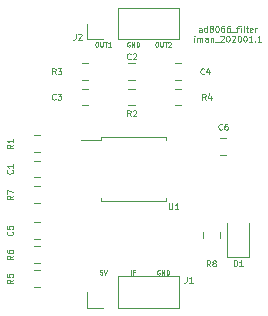
<source format=gbr>
G04 #@! TF.GenerationSoftware,KiCad,Pcbnew,(5.1.5)-2*
G04 #@! TF.CreationDate,2019-12-31T23:10:34+04:00*
G04 #@! TF.ProjectId,ad8066_filter,61643830-3636-45f6-9669-6c7465722e6b,1*
G04 #@! TF.SameCoordinates,Original*
G04 #@! TF.FileFunction,Legend,Top*
G04 #@! TF.FilePolarity,Positive*
%FSLAX46Y46*%
G04 Gerber Fmt 4.6, Leading zero omitted, Abs format (unit mm)*
G04 Created by KiCad (PCBNEW (5.1.5)-2) date 2019-12-31 23:10:34*
%MOMM*%
%LPD*%
G04 APERTURE LIST*
%ADD10C,0.076200*%
%ADD11C,0.120000*%
G04 APERTURE END LIST*
D10*
X162487428Y-98470357D02*
X162306000Y-98470357D01*
X162287857Y-98651785D01*
X162306000Y-98633642D01*
X162342285Y-98615500D01*
X162433000Y-98615500D01*
X162469285Y-98633642D01*
X162487428Y-98651785D01*
X162505571Y-98688071D01*
X162505571Y-98778785D01*
X162487428Y-98815071D01*
X162469285Y-98833214D01*
X162433000Y-98851357D01*
X162342285Y-98851357D01*
X162306000Y-98833214D01*
X162287857Y-98815071D01*
X162614428Y-98470357D02*
X162741428Y-98851357D01*
X162868428Y-98470357D01*
X164936714Y-98851357D02*
X164936714Y-98470357D01*
X165245142Y-98651785D02*
X165118142Y-98651785D01*
X165118142Y-98851357D02*
X165118142Y-98470357D01*
X165299571Y-98470357D01*
X167349714Y-98488500D02*
X167313428Y-98470357D01*
X167259000Y-98470357D01*
X167204571Y-98488500D01*
X167168285Y-98524785D01*
X167150142Y-98561071D01*
X167132000Y-98633642D01*
X167132000Y-98688071D01*
X167150142Y-98760642D01*
X167168285Y-98796928D01*
X167204571Y-98833214D01*
X167259000Y-98851357D01*
X167295285Y-98851357D01*
X167349714Y-98833214D01*
X167367857Y-98815071D01*
X167367857Y-98688071D01*
X167295285Y-98688071D01*
X167531142Y-98851357D02*
X167531142Y-98470357D01*
X167748857Y-98851357D01*
X167748857Y-98470357D01*
X167930285Y-98851357D02*
X167930285Y-98470357D01*
X168021000Y-98470357D01*
X168075428Y-98488500D01*
X168111714Y-98524785D01*
X168129857Y-98561071D01*
X168148000Y-98633642D01*
X168148000Y-98688071D01*
X168129857Y-98760642D01*
X168111714Y-98796928D01*
X168075428Y-98833214D01*
X168021000Y-98851357D01*
X167930285Y-98851357D01*
X161997571Y-79166357D02*
X162070142Y-79166357D01*
X162106428Y-79184500D01*
X162142714Y-79220785D01*
X162160857Y-79293357D01*
X162160857Y-79420357D01*
X162142714Y-79492928D01*
X162106428Y-79529214D01*
X162070142Y-79547357D01*
X161997571Y-79547357D01*
X161961285Y-79529214D01*
X161925000Y-79492928D01*
X161906857Y-79420357D01*
X161906857Y-79293357D01*
X161925000Y-79220785D01*
X161961285Y-79184500D01*
X161997571Y-79166357D01*
X162324142Y-79166357D02*
X162324142Y-79474785D01*
X162342285Y-79511071D01*
X162360428Y-79529214D01*
X162396714Y-79547357D01*
X162469285Y-79547357D01*
X162505571Y-79529214D01*
X162523714Y-79511071D01*
X162541857Y-79474785D01*
X162541857Y-79166357D01*
X162668857Y-79166357D02*
X162886571Y-79166357D01*
X162777714Y-79547357D02*
X162777714Y-79166357D01*
X163213142Y-79547357D02*
X162995428Y-79547357D01*
X163104285Y-79547357D02*
X163104285Y-79166357D01*
X163068000Y-79220785D01*
X163031714Y-79257071D01*
X162995428Y-79275214D01*
X167077571Y-79166357D02*
X167150142Y-79166357D01*
X167186428Y-79184500D01*
X167222714Y-79220785D01*
X167240857Y-79293357D01*
X167240857Y-79420357D01*
X167222714Y-79492928D01*
X167186428Y-79529214D01*
X167150142Y-79547357D01*
X167077571Y-79547357D01*
X167041285Y-79529214D01*
X167005000Y-79492928D01*
X166986857Y-79420357D01*
X166986857Y-79293357D01*
X167005000Y-79220785D01*
X167041285Y-79184500D01*
X167077571Y-79166357D01*
X167404142Y-79166357D02*
X167404142Y-79474785D01*
X167422285Y-79511071D01*
X167440428Y-79529214D01*
X167476714Y-79547357D01*
X167549285Y-79547357D01*
X167585571Y-79529214D01*
X167603714Y-79511071D01*
X167621857Y-79474785D01*
X167621857Y-79166357D01*
X167748857Y-79166357D02*
X167966571Y-79166357D01*
X167857714Y-79547357D02*
X167857714Y-79166357D01*
X168075428Y-79202642D02*
X168093571Y-79184500D01*
X168129857Y-79166357D01*
X168220571Y-79166357D01*
X168256857Y-79184500D01*
X168275000Y-79202642D01*
X168293142Y-79238928D01*
X168293142Y-79275214D01*
X168275000Y-79329642D01*
X168057285Y-79547357D01*
X168293142Y-79547357D01*
X164809714Y-79184500D02*
X164773428Y-79166357D01*
X164719000Y-79166357D01*
X164664571Y-79184500D01*
X164628285Y-79220785D01*
X164610142Y-79257071D01*
X164592000Y-79329642D01*
X164592000Y-79384071D01*
X164610142Y-79456642D01*
X164628285Y-79492928D01*
X164664571Y-79529214D01*
X164719000Y-79547357D01*
X164755285Y-79547357D01*
X164809714Y-79529214D01*
X164827857Y-79511071D01*
X164827857Y-79384071D01*
X164755285Y-79384071D01*
X164991142Y-79547357D02*
X164991142Y-79166357D01*
X165208857Y-79547357D01*
X165208857Y-79166357D01*
X165390285Y-79547357D02*
X165390285Y-79166357D01*
X165481000Y-79166357D01*
X165535428Y-79184500D01*
X165571714Y-79220785D01*
X165589857Y-79257071D01*
X165608000Y-79329642D01*
X165608000Y-79384071D01*
X165589857Y-79456642D01*
X165571714Y-79492928D01*
X165535428Y-79529214D01*
X165481000Y-79547357D01*
X165390285Y-79547357D01*
X170899666Y-78296709D02*
X170899666Y-78030614D01*
X170875476Y-77982233D01*
X170827095Y-77958042D01*
X170730333Y-77958042D01*
X170681952Y-77982233D01*
X170899666Y-78272519D02*
X170851285Y-78296709D01*
X170730333Y-78296709D01*
X170681952Y-78272519D01*
X170657761Y-78224138D01*
X170657761Y-78175757D01*
X170681952Y-78127376D01*
X170730333Y-78103185D01*
X170851285Y-78103185D01*
X170899666Y-78078995D01*
X171359285Y-78296709D02*
X171359285Y-77788709D01*
X171359285Y-78272519D02*
X171310904Y-78296709D01*
X171214142Y-78296709D01*
X171165761Y-78272519D01*
X171141571Y-78248328D01*
X171117380Y-78199947D01*
X171117380Y-78054804D01*
X171141571Y-78006423D01*
X171165761Y-77982233D01*
X171214142Y-77958042D01*
X171310904Y-77958042D01*
X171359285Y-77982233D01*
X171673761Y-78006423D02*
X171625380Y-77982233D01*
X171601190Y-77958042D01*
X171577000Y-77909661D01*
X171577000Y-77885471D01*
X171601190Y-77837090D01*
X171625380Y-77812900D01*
X171673761Y-77788709D01*
X171770523Y-77788709D01*
X171818904Y-77812900D01*
X171843095Y-77837090D01*
X171867285Y-77885471D01*
X171867285Y-77909661D01*
X171843095Y-77958042D01*
X171818904Y-77982233D01*
X171770523Y-78006423D01*
X171673761Y-78006423D01*
X171625380Y-78030614D01*
X171601190Y-78054804D01*
X171577000Y-78103185D01*
X171577000Y-78199947D01*
X171601190Y-78248328D01*
X171625380Y-78272519D01*
X171673761Y-78296709D01*
X171770523Y-78296709D01*
X171818904Y-78272519D01*
X171843095Y-78248328D01*
X171867285Y-78199947D01*
X171867285Y-78103185D01*
X171843095Y-78054804D01*
X171818904Y-78030614D01*
X171770523Y-78006423D01*
X172181761Y-77788709D02*
X172230142Y-77788709D01*
X172278523Y-77812900D01*
X172302714Y-77837090D01*
X172326904Y-77885471D01*
X172351095Y-77982233D01*
X172351095Y-78103185D01*
X172326904Y-78199947D01*
X172302714Y-78248328D01*
X172278523Y-78272519D01*
X172230142Y-78296709D01*
X172181761Y-78296709D01*
X172133380Y-78272519D01*
X172109190Y-78248328D01*
X172085000Y-78199947D01*
X172060809Y-78103185D01*
X172060809Y-77982233D01*
X172085000Y-77885471D01*
X172109190Y-77837090D01*
X172133380Y-77812900D01*
X172181761Y-77788709D01*
X172786523Y-77788709D02*
X172689761Y-77788709D01*
X172641380Y-77812900D01*
X172617190Y-77837090D01*
X172568809Y-77909661D01*
X172544619Y-78006423D01*
X172544619Y-78199947D01*
X172568809Y-78248328D01*
X172593000Y-78272519D01*
X172641380Y-78296709D01*
X172738142Y-78296709D01*
X172786523Y-78272519D01*
X172810714Y-78248328D01*
X172834904Y-78199947D01*
X172834904Y-78078995D01*
X172810714Y-78030614D01*
X172786523Y-78006423D01*
X172738142Y-77982233D01*
X172641380Y-77982233D01*
X172593000Y-78006423D01*
X172568809Y-78030614D01*
X172544619Y-78078995D01*
X173270333Y-77788709D02*
X173173571Y-77788709D01*
X173125190Y-77812900D01*
X173101000Y-77837090D01*
X173052619Y-77909661D01*
X173028428Y-78006423D01*
X173028428Y-78199947D01*
X173052619Y-78248328D01*
X173076809Y-78272519D01*
X173125190Y-78296709D01*
X173221952Y-78296709D01*
X173270333Y-78272519D01*
X173294523Y-78248328D01*
X173318714Y-78199947D01*
X173318714Y-78078995D01*
X173294523Y-78030614D01*
X173270333Y-78006423D01*
X173221952Y-77982233D01*
X173125190Y-77982233D01*
X173076809Y-78006423D01*
X173052619Y-78030614D01*
X173028428Y-78078995D01*
X173415476Y-78345090D02*
X173802523Y-78345090D01*
X173850904Y-77958042D02*
X174044428Y-77958042D01*
X173923476Y-78296709D02*
X173923476Y-77861280D01*
X173947666Y-77812900D01*
X173996047Y-77788709D01*
X174044428Y-77788709D01*
X174213761Y-78296709D02*
X174213761Y-77958042D01*
X174213761Y-77788709D02*
X174189571Y-77812900D01*
X174213761Y-77837090D01*
X174237952Y-77812900D01*
X174213761Y-77788709D01*
X174213761Y-77837090D01*
X174528238Y-78296709D02*
X174479857Y-78272519D01*
X174455666Y-78224138D01*
X174455666Y-77788709D01*
X174649190Y-77958042D02*
X174842714Y-77958042D01*
X174721761Y-77788709D02*
X174721761Y-78224138D01*
X174745952Y-78272519D01*
X174794333Y-78296709D01*
X174842714Y-78296709D01*
X175205571Y-78272519D02*
X175157190Y-78296709D01*
X175060428Y-78296709D01*
X175012047Y-78272519D01*
X174987857Y-78224138D01*
X174987857Y-78030614D01*
X175012047Y-77982233D01*
X175060428Y-77958042D01*
X175157190Y-77958042D01*
X175205571Y-77982233D01*
X175229761Y-78030614D01*
X175229761Y-78078995D01*
X174987857Y-78127376D01*
X175447476Y-78296709D02*
X175447476Y-77958042D01*
X175447476Y-78054804D02*
X175471666Y-78006423D01*
X175495857Y-77982233D01*
X175544238Y-77958042D01*
X175592619Y-77958042D01*
X170294904Y-79134909D02*
X170294904Y-78796242D01*
X170294904Y-78626909D02*
X170270714Y-78651100D01*
X170294904Y-78675290D01*
X170319095Y-78651100D01*
X170294904Y-78626909D01*
X170294904Y-78675290D01*
X170536809Y-79134909D02*
X170536809Y-78796242D01*
X170536809Y-78844623D02*
X170561000Y-78820433D01*
X170609380Y-78796242D01*
X170681952Y-78796242D01*
X170730333Y-78820433D01*
X170754523Y-78868814D01*
X170754523Y-79134909D01*
X170754523Y-78868814D02*
X170778714Y-78820433D01*
X170827095Y-78796242D01*
X170899666Y-78796242D01*
X170948047Y-78820433D01*
X170972238Y-78868814D01*
X170972238Y-79134909D01*
X171431857Y-79134909D02*
X171431857Y-78868814D01*
X171407666Y-78820433D01*
X171359285Y-78796242D01*
X171262523Y-78796242D01*
X171214142Y-78820433D01*
X171431857Y-79110719D02*
X171383476Y-79134909D01*
X171262523Y-79134909D01*
X171214142Y-79110719D01*
X171189952Y-79062338D01*
X171189952Y-79013957D01*
X171214142Y-78965576D01*
X171262523Y-78941385D01*
X171383476Y-78941385D01*
X171431857Y-78917195D01*
X171673761Y-78796242D02*
X171673761Y-79134909D01*
X171673761Y-78844623D02*
X171697952Y-78820433D01*
X171746333Y-78796242D01*
X171818904Y-78796242D01*
X171867285Y-78820433D01*
X171891476Y-78868814D01*
X171891476Y-79134909D01*
X172012428Y-79183290D02*
X172399476Y-79183290D01*
X172496238Y-78675290D02*
X172520428Y-78651100D01*
X172568809Y-78626909D01*
X172689761Y-78626909D01*
X172738142Y-78651100D01*
X172762333Y-78675290D01*
X172786523Y-78723671D01*
X172786523Y-78772052D01*
X172762333Y-78844623D01*
X172472047Y-79134909D01*
X172786523Y-79134909D01*
X173101000Y-78626909D02*
X173149380Y-78626909D01*
X173197761Y-78651100D01*
X173221952Y-78675290D01*
X173246142Y-78723671D01*
X173270333Y-78820433D01*
X173270333Y-78941385D01*
X173246142Y-79038147D01*
X173221952Y-79086528D01*
X173197761Y-79110719D01*
X173149380Y-79134909D01*
X173101000Y-79134909D01*
X173052619Y-79110719D01*
X173028428Y-79086528D01*
X173004238Y-79038147D01*
X172980047Y-78941385D01*
X172980047Y-78820433D01*
X173004238Y-78723671D01*
X173028428Y-78675290D01*
X173052619Y-78651100D01*
X173101000Y-78626909D01*
X173463857Y-78675290D02*
X173488047Y-78651100D01*
X173536428Y-78626909D01*
X173657380Y-78626909D01*
X173705761Y-78651100D01*
X173729952Y-78675290D01*
X173754142Y-78723671D01*
X173754142Y-78772052D01*
X173729952Y-78844623D01*
X173439666Y-79134909D01*
X173754142Y-79134909D01*
X174068619Y-78626909D02*
X174117000Y-78626909D01*
X174165380Y-78651100D01*
X174189571Y-78675290D01*
X174213761Y-78723671D01*
X174237952Y-78820433D01*
X174237952Y-78941385D01*
X174213761Y-79038147D01*
X174189571Y-79086528D01*
X174165380Y-79110719D01*
X174117000Y-79134909D01*
X174068619Y-79134909D01*
X174020238Y-79110719D01*
X173996047Y-79086528D01*
X173971857Y-79038147D01*
X173947666Y-78941385D01*
X173947666Y-78820433D01*
X173971857Y-78723671D01*
X173996047Y-78675290D01*
X174020238Y-78651100D01*
X174068619Y-78626909D01*
X174552428Y-78626909D02*
X174600809Y-78626909D01*
X174649190Y-78651100D01*
X174673380Y-78675290D01*
X174697571Y-78723671D01*
X174721761Y-78820433D01*
X174721761Y-78941385D01*
X174697571Y-79038147D01*
X174673380Y-79086528D01*
X174649190Y-79110719D01*
X174600809Y-79134909D01*
X174552428Y-79134909D01*
X174504047Y-79110719D01*
X174479857Y-79086528D01*
X174455666Y-79038147D01*
X174431476Y-78941385D01*
X174431476Y-78820433D01*
X174455666Y-78723671D01*
X174479857Y-78675290D01*
X174504047Y-78651100D01*
X174552428Y-78626909D01*
X175205571Y-79134909D02*
X174915285Y-79134909D01*
X175060428Y-79134909D02*
X175060428Y-78626909D01*
X175012047Y-78699480D01*
X174963666Y-78747861D01*
X174915285Y-78772052D01*
X175423285Y-79086528D02*
X175447476Y-79110719D01*
X175423285Y-79134909D01*
X175399095Y-79110719D01*
X175423285Y-79086528D01*
X175423285Y-79134909D01*
X175931285Y-79134909D02*
X175641000Y-79134909D01*
X175786142Y-79134909D02*
X175786142Y-78626909D01*
X175737761Y-78699480D01*
X175689380Y-78747861D01*
X175641000Y-78772052D01*
D11*
X172414000Y-95765252D02*
X172414000Y-95242748D01*
X170994000Y-95765252D02*
X170994000Y-95242748D01*
X174950000Y-97364000D02*
X174950000Y-94504000D01*
X173030000Y-97364000D02*
X174950000Y-97364000D01*
X173030000Y-94504000D02*
X173030000Y-97364000D01*
X169180252Y-80951000D02*
X168657748Y-80951000D01*
X169180252Y-82371000D02*
X168657748Y-82371000D01*
X169162252Y-83110000D02*
X168639748Y-83110000D01*
X169162252Y-84530000D02*
X168639748Y-84530000D01*
X172458748Y-88721000D02*
X172981252Y-88721000D01*
X172458748Y-87301000D02*
X172981252Y-87301000D01*
X162352500Y-87451000D02*
X160700000Y-87451000D01*
X162352500Y-87168500D02*
X162352500Y-87451000D01*
X165100000Y-87168500D02*
X162352500Y-87168500D01*
X167847500Y-87168500D02*
X167847500Y-87451000D01*
X165100000Y-87168500D02*
X167847500Y-87168500D01*
X162352500Y-92663500D02*
X162352500Y-92381000D01*
X165100000Y-92663500D02*
X162352500Y-92663500D01*
X167847500Y-92663500D02*
X167847500Y-92381000D01*
X165100000Y-92663500D02*
X167847500Y-92663500D01*
X157224252Y-91365000D02*
X156701748Y-91365000D01*
X157224252Y-92785000D02*
X156701748Y-92785000D01*
X156701748Y-97865000D02*
X157224252Y-97865000D01*
X156701748Y-96445000D02*
X157224252Y-96445000D01*
X157224252Y-98477000D02*
X156701748Y-98477000D01*
X157224252Y-99897000D02*
X156701748Y-99897000D01*
X161306252Y-80951000D02*
X160783748Y-80951000D01*
X161306252Y-82371000D02*
X160783748Y-82371000D01*
X165225252Y-83110000D02*
X164702748Y-83110000D01*
X165225252Y-84530000D02*
X164702748Y-84530000D01*
X157242252Y-87047000D02*
X156719748Y-87047000D01*
X157242252Y-88467000D02*
X156719748Y-88467000D01*
X161230000Y-78927000D02*
X161230000Y-77597000D01*
X162560000Y-78927000D02*
X161230000Y-78927000D01*
X163830000Y-78927000D02*
X163830000Y-76267000D01*
X163830000Y-76267000D02*
X168970000Y-76267000D01*
X163830000Y-78927000D02*
X168970000Y-78927000D01*
X168970000Y-78927000D02*
X168970000Y-76267000D01*
X161230000Y-101660000D02*
X161230000Y-100330000D01*
X162560000Y-101660000D02*
X161230000Y-101660000D01*
X163830000Y-101660000D02*
X163830000Y-99000000D01*
X163830000Y-99000000D02*
X168970000Y-99000000D01*
X163830000Y-101660000D02*
X168970000Y-101660000D01*
X168970000Y-101660000D02*
X168970000Y-99000000D01*
X156701748Y-95833000D02*
X157224252Y-95833000D01*
X156701748Y-94413000D02*
X157224252Y-94413000D01*
X161306252Y-83110000D02*
X160783748Y-83110000D01*
X161306252Y-84530000D02*
X160783748Y-84530000D01*
X165225252Y-80951000D02*
X164702748Y-80951000D01*
X165225252Y-82371000D02*
X164702748Y-82371000D01*
X156719748Y-90626000D02*
X157242252Y-90626000D01*
X156719748Y-89206000D02*
X157242252Y-89206000D01*
D10*
X171619333Y-98155809D02*
X171450000Y-97913904D01*
X171329047Y-98155809D02*
X171329047Y-97647809D01*
X171522571Y-97647809D01*
X171570952Y-97672000D01*
X171595142Y-97696190D01*
X171619333Y-97744571D01*
X171619333Y-97817142D01*
X171595142Y-97865523D01*
X171570952Y-97889714D01*
X171522571Y-97913904D01*
X171329047Y-97913904D01*
X171909619Y-97865523D02*
X171861238Y-97841333D01*
X171837047Y-97817142D01*
X171812857Y-97768761D01*
X171812857Y-97744571D01*
X171837047Y-97696190D01*
X171861238Y-97672000D01*
X171909619Y-97647809D01*
X172006380Y-97647809D01*
X172054761Y-97672000D01*
X172078952Y-97696190D01*
X172103142Y-97744571D01*
X172103142Y-97768761D01*
X172078952Y-97817142D01*
X172054761Y-97841333D01*
X172006380Y-97865523D01*
X171909619Y-97865523D01*
X171861238Y-97889714D01*
X171837047Y-97913904D01*
X171812857Y-97962285D01*
X171812857Y-98059047D01*
X171837047Y-98107428D01*
X171861238Y-98131619D01*
X171909619Y-98155809D01*
X172006380Y-98155809D01*
X172054761Y-98131619D01*
X172078952Y-98107428D01*
X172103142Y-98059047D01*
X172103142Y-97962285D01*
X172078952Y-97913904D01*
X172054761Y-97889714D01*
X172006380Y-97865523D01*
X173615047Y-98137809D02*
X173615047Y-97629809D01*
X173736000Y-97629809D01*
X173808571Y-97654000D01*
X173856952Y-97702380D01*
X173881142Y-97750761D01*
X173905333Y-97847523D01*
X173905333Y-97920095D01*
X173881142Y-98016857D01*
X173856952Y-98065238D01*
X173808571Y-98113619D01*
X173736000Y-98137809D01*
X173615047Y-98137809D01*
X174389142Y-98137809D02*
X174098857Y-98137809D01*
X174244000Y-98137809D02*
X174244000Y-97629809D01*
X174195619Y-97702380D01*
X174147238Y-97750761D01*
X174098857Y-97774952D01*
X171111333Y-81842428D02*
X171087142Y-81866619D01*
X171014571Y-81890809D01*
X170966190Y-81890809D01*
X170893619Y-81866619D01*
X170845238Y-81818238D01*
X170821047Y-81769857D01*
X170796857Y-81673095D01*
X170796857Y-81600523D01*
X170821047Y-81503761D01*
X170845238Y-81455380D01*
X170893619Y-81407000D01*
X170966190Y-81382809D01*
X171014571Y-81382809D01*
X171087142Y-81407000D01*
X171111333Y-81431190D01*
X171546761Y-81552142D02*
X171546761Y-81890809D01*
X171425809Y-81358619D02*
X171304857Y-81721476D01*
X171619333Y-81721476D01*
X171238333Y-84049809D02*
X171069000Y-83807904D01*
X170948047Y-84049809D02*
X170948047Y-83541809D01*
X171141571Y-83541809D01*
X171189952Y-83566000D01*
X171214142Y-83590190D01*
X171238333Y-83638571D01*
X171238333Y-83711142D01*
X171214142Y-83759523D01*
X171189952Y-83783714D01*
X171141571Y-83807904D01*
X170948047Y-83807904D01*
X171673761Y-83711142D02*
X171673761Y-84049809D01*
X171552809Y-83517619D02*
X171431857Y-83880476D01*
X171746333Y-83880476D01*
X172635333Y-86542428D02*
X172611142Y-86566619D01*
X172538571Y-86590809D01*
X172490190Y-86590809D01*
X172417619Y-86566619D01*
X172369238Y-86518238D01*
X172345047Y-86469857D01*
X172320857Y-86373095D01*
X172320857Y-86300523D01*
X172345047Y-86203761D01*
X172369238Y-86155380D01*
X172417619Y-86107000D01*
X172490190Y-86082809D01*
X172538571Y-86082809D01*
X172611142Y-86107000D01*
X172635333Y-86131190D01*
X173070761Y-86082809D02*
X172974000Y-86082809D01*
X172925619Y-86107000D01*
X172901428Y-86131190D01*
X172853047Y-86203761D01*
X172828857Y-86300523D01*
X172828857Y-86494047D01*
X172853047Y-86542428D01*
X172877238Y-86566619D01*
X172925619Y-86590809D01*
X173022380Y-86590809D01*
X173070761Y-86566619D01*
X173094952Y-86542428D01*
X173119142Y-86494047D01*
X173119142Y-86373095D01*
X173094952Y-86324714D01*
X173070761Y-86300523D01*
X173022380Y-86276333D01*
X172925619Y-86276333D01*
X172877238Y-86300523D01*
X172853047Y-86324714D01*
X172828857Y-86373095D01*
X168141952Y-92812809D02*
X168141952Y-93224047D01*
X168166142Y-93272428D01*
X168190333Y-93296619D01*
X168238714Y-93320809D01*
X168335476Y-93320809D01*
X168383857Y-93296619D01*
X168408047Y-93272428D01*
X168432238Y-93224047D01*
X168432238Y-92812809D01*
X168940238Y-93320809D02*
X168649952Y-93320809D01*
X168795095Y-93320809D02*
X168795095Y-92812809D01*
X168746714Y-92885380D01*
X168698333Y-92933761D01*
X168649952Y-92957952D01*
X154915809Y-92159666D02*
X154673904Y-92329000D01*
X154915809Y-92449952D02*
X154407809Y-92449952D01*
X154407809Y-92256428D01*
X154432000Y-92208047D01*
X154456190Y-92183857D01*
X154504571Y-92159666D01*
X154577142Y-92159666D01*
X154625523Y-92183857D01*
X154649714Y-92208047D01*
X154673904Y-92256428D01*
X154673904Y-92449952D01*
X154407809Y-91990333D02*
X154407809Y-91651666D01*
X154915809Y-91869380D01*
X154915809Y-97239666D02*
X154673904Y-97409000D01*
X154915809Y-97529952D02*
X154407809Y-97529952D01*
X154407809Y-97336428D01*
X154432000Y-97288047D01*
X154456190Y-97263857D01*
X154504571Y-97239666D01*
X154577142Y-97239666D01*
X154625523Y-97263857D01*
X154649714Y-97288047D01*
X154673904Y-97336428D01*
X154673904Y-97529952D01*
X154407809Y-96804238D02*
X154407809Y-96901000D01*
X154432000Y-96949380D01*
X154456190Y-96973571D01*
X154528761Y-97021952D01*
X154625523Y-97046142D01*
X154819047Y-97046142D01*
X154867428Y-97021952D01*
X154891619Y-96997761D01*
X154915809Y-96949380D01*
X154915809Y-96852619D01*
X154891619Y-96804238D01*
X154867428Y-96780047D01*
X154819047Y-96755857D01*
X154698095Y-96755857D01*
X154649714Y-96780047D01*
X154625523Y-96804238D01*
X154601333Y-96852619D01*
X154601333Y-96949380D01*
X154625523Y-96997761D01*
X154649714Y-97021952D01*
X154698095Y-97046142D01*
X154915809Y-99271666D02*
X154673904Y-99441000D01*
X154915809Y-99561952D02*
X154407809Y-99561952D01*
X154407809Y-99368428D01*
X154432000Y-99320047D01*
X154456190Y-99295857D01*
X154504571Y-99271666D01*
X154577142Y-99271666D01*
X154625523Y-99295857D01*
X154649714Y-99320047D01*
X154673904Y-99368428D01*
X154673904Y-99561952D01*
X154407809Y-98812047D02*
X154407809Y-99053952D01*
X154649714Y-99078142D01*
X154625523Y-99053952D01*
X154601333Y-99005571D01*
X154601333Y-98884619D01*
X154625523Y-98836238D01*
X154649714Y-98812047D01*
X154698095Y-98787857D01*
X154819047Y-98787857D01*
X154867428Y-98812047D01*
X154891619Y-98836238D01*
X154915809Y-98884619D01*
X154915809Y-99005571D01*
X154891619Y-99053952D01*
X154867428Y-99078142D01*
X158538333Y-81890809D02*
X158369000Y-81648904D01*
X158248047Y-81890809D02*
X158248047Y-81382809D01*
X158441571Y-81382809D01*
X158489952Y-81407000D01*
X158514142Y-81431190D01*
X158538333Y-81479571D01*
X158538333Y-81552142D01*
X158514142Y-81600523D01*
X158489952Y-81624714D01*
X158441571Y-81648904D01*
X158248047Y-81648904D01*
X158707666Y-81382809D02*
X159022142Y-81382809D01*
X158852809Y-81576333D01*
X158925380Y-81576333D01*
X158973761Y-81600523D01*
X158997952Y-81624714D01*
X159022142Y-81673095D01*
X159022142Y-81794047D01*
X158997952Y-81842428D01*
X158973761Y-81866619D01*
X158925380Y-81890809D01*
X158780238Y-81890809D01*
X158731857Y-81866619D01*
X158707666Y-81842428D01*
X164888333Y-85446809D02*
X164719000Y-85204904D01*
X164598047Y-85446809D02*
X164598047Y-84938809D01*
X164791571Y-84938809D01*
X164839952Y-84963000D01*
X164864142Y-84987190D01*
X164888333Y-85035571D01*
X164888333Y-85108142D01*
X164864142Y-85156523D01*
X164839952Y-85180714D01*
X164791571Y-85204904D01*
X164598047Y-85204904D01*
X165081857Y-84987190D02*
X165106047Y-84963000D01*
X165154428Y-84938809D01*
X165275380Y-84938809D01*
X165323761Y-84963000D01*
X165347952Y-84987190D01*
X165372142Y-85035571D01*
X165372142Y-85083952D01*
X165347952Y-85156523D01*
X165057666Y-85446809D01*
X165372142Y-85446809D01*
X154915809Y-87841666D02*
X154673904Y-88011000D01*
X154915809Y-88131952D02*
X154407809Y-88131952D01*
X154407809Y-87938428D01*
X154432000Y-87890047D01*
X154456190Y-87865857D01*
X154504571Y-87841666D01*
X154577142Y-87841666D01*
X154625523Y-87865857D01*
X154649714Y-87890047D01*
X154673904Y-87938428D01*
X154673904Y-88131952D01*
X154915809Y-87357857D02*
X154915809Y-87648142D01*
X154915809Y-87503000D02*
X154407809Y-87503000D01*
X154480380Y-87551380D01*
X154528761Y-87599761D01*
X154552952Y-87648142D01*
X160231666Y-78461809D02*
X160231666Y-78824666D01*
X160207476Y-78897238D01*
X160159095Y-78945619D01*
X160086523Y-78969809D01*
X160038142Y-78969809D01*
X160449380Y-78510190D02*
X160473571Y-78486000D01*
X160521952Y-78461809D01*
X160642904Y-78461809D01*
X160691285Y-78486000D01*
X160715476Y-78510190D01*
X160739666Y-78558571D01*
X160739666Y-78606952D01*
X160715476Y-78679523D01*
X160425190Y-78969809D01*
X160739666Y-78969809D01*
X169629666Y-99035809D02*
X169629666Y-99398666D01*
X169605476Y-99471238D01*
X169557095Y-99519619D01*
X169484523Y-99543809D01*
X169436142Y-99543809D01*
X170137666Y-99543809D02*
X169847380Y-99543809D01*
X169992523Y-99543809D02*
X169992523Y-99035809D01*
X169944142Y-99108380D01*
X169895761Y-99156761D01*
X169847380Y-99180952D01*
X154867428Y-95207666D02*
X154891619Y-95231857D01*
X154915809Y-95304428D01*
X154915809Y-95352809D01*
X154891619Y-95425380D01*
X154843238Y-95473761D01*
X154794857Y-95497952D01*
X154698095Y-95522142D01*
X154625523Y-95522142D01*
X154528761Y-95497952D01*
X154480380Y-95473761D01*
X154432000Y-95425380D01*
X154407809Y-95352809D01*
X154407809Y-95304428D01*
X154432000Y-95231857D01*
X154456190Y-95207666D01*
X154407809Y-94748047D02*
X154407809Y-94989952D01*
X154649714Y-95014142D01*
X154625523Y-94989952D01*
X154601333Y-94941571D01*
X154601333Y-94820619D01*
X154625523Y-94772238D01*
X154649714Y-94748047D01*
X154698095Y-94723857D01*
X154819047Y-94723857D01*
X154867428Y-94748047D01*
X154891619Y-94772238D01*
X154915809Y-94820619D01*
X154915809Y-94941571D01*
X154891619Y-94989952D01*
X154867428Y-95014142D01*
X158538333Y-84001428D02*
X158514142Y-84025619D01*
X158441571Y-84049809D01*
X158393190Y-84049809D01*
X158320619Y-84025619D01*
X158272238Y-83977238D01*
X158248047Y-83928857D01*
X158223857Y-83832095D01*
X158223857Y-83759523D01*
X158248047Y-83662761D01*
X158272238Y-83614380D01*
X158320619Y-83566000D01*
X158393190Y-83541809D01*
X158441571Y-83541809D01*
X158514142Y-83566000D01*
X158538333Y-83590190D01*
X158707666Y-83541809D02*
X159022142Y-83541809D01*
X158852809Y-83735333D01*
X158925380Y-83735333D01*
X158973761Y-83759523D01*
X158997952Y-83783714D01*
X159022142Y-83832095D01*
X159022142Y-83953047D01*
X158997952Y-84001428D01*
X158973761Y-84025619D01*
X158925380Y-84049809D01*
X158780238Y-84049809D01*
X158731857Y-84025619D01*
X158707666Y-84001428D01*
X164888333Y-80572428D02*
X164864142Y-80596619D01*
X164791571Y-80620809D01*
X164743190Y-80620809D01*
X164670619Y-80596619D01*
X164622238Y-80548238D01*
X164598047Y-80499857D01*
X164573857Y-80403095D01*
X164573857Y-80330523D01*
X164598047Y-80233761D01*
X164622238Y-80185380D01*
X164670619Y-80137000D01*
X164743190Y-80112809D01*
X164791571Y-80112809D01*
X164864142Y-80137000D01*
X164888333Y-80161190D01*
X165081857Y-80161190D02*
X165106047Y-80137000D01*
X165154428Y-80112809D01*
X165275380Y-80112809D01*
X165323761Y-80137000D01*
X165347952Y-80161190D01*
X165372142Y-80209571D01*
X165372142Y-80257952D01*
X165347952Y-80330523D01*
X165057666Y-80620809D01*
X165372142Y-80620809D01*
X154867428Y-90000666D02*
X154891619Y-90024857D01*
X154915809Y-90097428D01*
X154915809Y-90145809D01*
X154891619Y-90218380D01*
X154843238Y-90266761D01*
X154794857Y-90290952D01*
X154698095Y-90315142D01*
X154625523Y-90315142D01*
X154528761Y-90290952D01*
X154480380Y-90266761D01*
X154432000Y-90218380D01*
X154407809Y-90145809D01*
X154407809Y-90097428D01*
X154432000Y-90024857D01*
X154456190Y-90000666D01*
X154915809Y-89516857D02*
X154915809Y-89807142D01*
X154915809Y-89662000D02*
X154407809Y-89662000D01*
X154480380Y-89710380D01*
X154528761Y-89758761D01*
X154552952Y-89807142D01*
M02*

</source>
